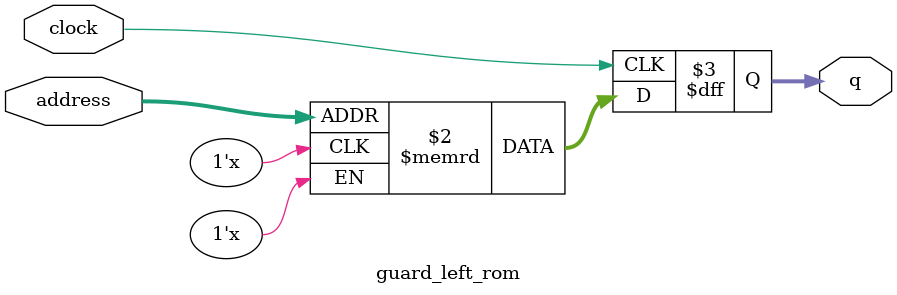
<source format=sv>
module guard_left_rom (
	input logic clock,
	input logic [9:0] address,
	output logic [3:0] q
);

logic [3:0] memory [0:944] /* synthesis ram_init_file = "./guard_left.mif" */;

always_ff @ (posedge clock) begin
	q <= memory[address];
end

endmodule

</source>
